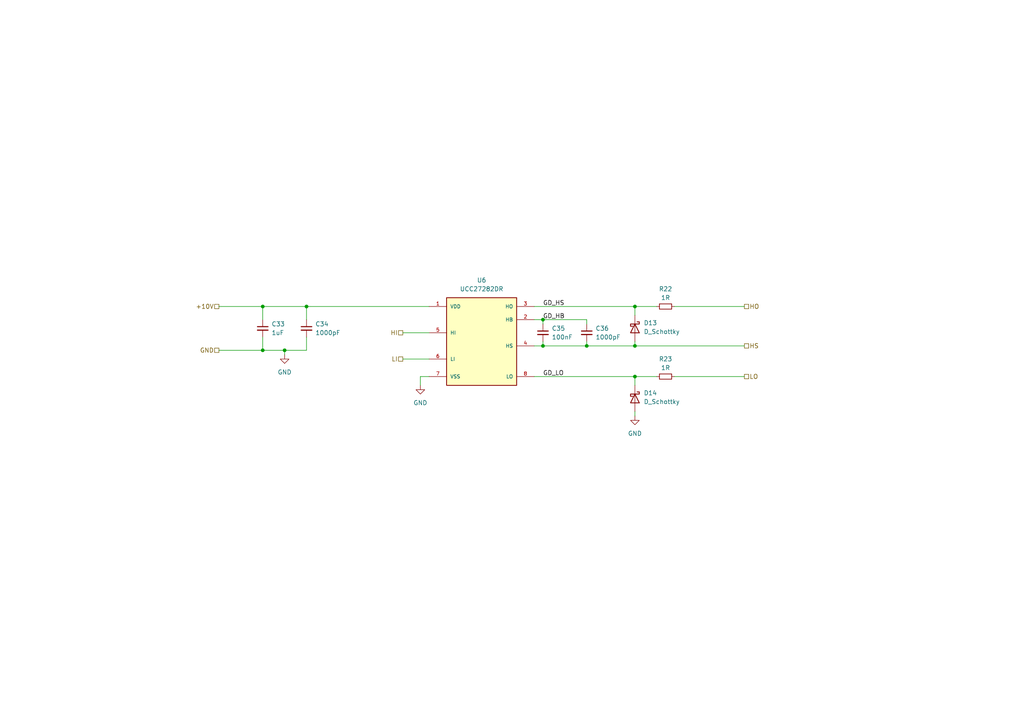
<source format=kicad_sch>
(kicad_sch (version 20211123) (generator eeschema)
  (paper "A4")
  (title_block (title "Gate driver phase U") (date "2022-07-24") (rev "1"))
  (lib_symbols
    (symbol "Device:C_Small" (pin_numbers hide) (pin_names (offset 0.254) hide)
      (property "Reference" "C" (at 0.254 1.778 0))
      (property "Value" "C_Small" (at 0.254 -2.032 0))
      (symbol "C_Small_0_1"
        (polyline (pts (xy -1.524 -0.508) (xy 1.524 -0.508)) (stroke (width 0.3302)))
        (polyline (pts (xy -1.524 0.508) (xy 1.524 0.508)) (stroke (width 0.3048)))
      )
      (symbol "C_Small_1_1"
        (pin passive line (at 0 2.54 270) (length 2.032) (name "~") (number "1"))
        (pin passive line (at 0 -2.54 90) (length 2.032) (name "~") (number "2"))
      )
    )
    (symbol "Device:D_Schottky" (pin_numbers hide) (pin_names (offset 1.016) hide)
      (property "Reference" "D" (at 0 2.54 0))
      (property "Value" "D_Schottky" (at 0 -2.54 0))
      (symbol "D_Schottky_0_1"
        (polyline (pts (xy 1.27 0) (xy -1.27 0)))
        (polyline (pts (xy 1.27 1.27) (xy 1.27 -1.27) (xy -1.27 0) (xy 1.27 1.27)) (stroke (width 0.254)))
        (polyline (pts (xy -1.905 0.635) (xy -1.905 1.27) (xy -1.27 1.27) (xy -1.27 -1.27) (xy -0.635 -1.27) (xy -0.635 -0.635)) (stroke (width 0.254)))
      )
      (symbol "D_Schottky_1_1"
        (pin passive line (at -3.81 0 0) (length 2.54) (name "K") (number "1"))
        (pin passive line (at 3.81 0 180) (length 2.54) (name "A") (number "2"))
      )
    )
    (symbol "Device:R_Small" (pin_numbers hide) (pin_names (offset 0.254) hide)
      (property "Reference" "R" (at 0.762 0.508 0))
      (property "Value" "R_Small" (at 0.762 -1.016 0))
      (symbol "R_Small_0_1"
        (rectangle (start -0.762 1.778) (end 0.762 -1.778) (stroke (width 0.2032)))
      )
      (symbol "R_Small_1_1"
        (pin passive line (at 0 2.54 270) (length 0.762) (name "~") (number "1"))
        (pin passive line (at 0 -2.54 90) (length 0.762) (name "~") (number "2"))
      )
    )
    (symbol "UCC27282DR:UCC27282DR" (pin_names (offset 1.016))
      (property "Reference" "U?" (at 0 17.78 0))
      (property "Value" "UCC27282DR" (at 0 15.24 0))
      (symbol "UCC27282DR_0_0"
        (rectangle (start -10.16 -12.7) (end 10.16 12.7) (stroke (width 0.254)) (fill (type background)))
        (pin power_in line (at -15.24 10.16 0) (length 5.08) (name "VDD") (number "1"))
        (pin passive line (at 15.24 6.35 180) (length 5.08) (name "HB") (number "2"))
        (pin output line (at 15.24 10.16 180) (length 5.08) (name "HO") (number "3"))
        (pin passive line (at 15.24 -1.27 180) (length 5.08) (name "HS") (number "4"))
        (pin input line (at -15.24 2.54 0) (length 5.08) (name "HI") (number "5"))
        (pin input line (at -15.24 -5.08 0) (length 5.08) (name "LI") (number "6"))
        (pin power_in line (at -15.24 -10.16 0) (length 5.08) (name "VSS") (number "7"))
        (pin output line (at 15.24 -10.16 180) (length 5.08) (name "LO") (number "8"))
      )
    )
    (symbol "power:GND" (power) (pin_names (offset 0))
      (property "Value" "GND" (at 0 -3.81 0))
      (symbol "GND_0_1"
        (polyline (pts (xy 0 0) (xy 0 -1.27) (xy 1.27 -1.27) (xy 0 -2.54) (xy -1.27 -1.27) (xy 0 -1.27)))
      )
      (symbol "GND_1_1"
        (pin power_in line (at 0 0 270) (length 0) hide (name "GND") (number "1"))
      )
    )
  )
  (junction (at 184.15 88.9))
  (junction (at 88.9 88.9))
  (junction (at 157.48 92.71))
  (junction (at 82.55 101.6))
  (junction (at 170.18 100.33))
  (junction (at 157.48 100.33))
  (junction (at 184.15 100.33))
  (junction (at 76.2 101.6))
  (junction (at 184.15 109.22))
  (junction (at 76.2 88.9))
  (wire (pts (xy 63.5 101.6) (xy 76.2 101.6)))
  (wire (pts (xy 184.15 109.22) (xy 184.15 111.76)))
  (wire (pts (xy 82.55 101.6) (xy 88.9 101.6)))
  (wire (pts (xy 121.92 109.22) (xy 121.92 111.76)))
  (wire (pts (xy 157.48 92.71) (xy 170.18 92.71)))
  (wire (pts (xy 76.2 101.6) (xy 82.55 101.6)))
  (wire (pts (xy 88.9 88.9) (xy 76.2 88.9)))
  (wire (pts (xy 184.15 88.9) (xy 184.15 91.44)))
  (wire (pts (xy 184.15 99.06) (xy 184.15 100.33)))
  (wire (pts (xy 157.48 92.71) (xy 157.48 93.98)))
  (wire (pts (xy 184.15 119.38) (xy 184.15 120.65)))
  (wire (pts (xy 76.2 97.79) (xy 76.2 101.6)))
  (wire (pts (xy 76.2 88.9) (xy 76.2 92.71)))
  (wire (pts (xy 170.18 100.33) (xy 184.15 100.33)))
  (wire (pts (xy 154.94 92.71) (xy 157.48 92.71)))
  (wire (pts (xy 170.18 100.33) (xy 170.18 99.06)))
  (wire (pts (xy 195.58 109.22) (xy 215.9 109.22)))
  (wire (pts (xy 124.46 96.52) (xy 116.84 96.52)))
  (wire (pts (xy 154.94 109.22) (xy 184.15 109.22)))
  (wire (pts (xy 184.15 100.33) (xy 215.9 100.33)))
  (wire (pts (xy 116.84 104.14) (xy 124.46 104.14)))
  (wire (pts (xy 157.48 99.06) (xy 157.48 100.33)))
  (wire (pts (xy 184.15 109.22) (xy 190.5 109.22)))
  (wire (pts (xy 154.94 88.9) (xy 184.15 88.9)))
  (wire (pts (xy 124.46 109.22) (xy 121.92 109.22)))
  (wire (pts (xy 157.48 100.33) (xy 154.94 100.33)))
  (wire (pts (xy 82.55 101.6) (xy 82.55 102.87)))
  (wire (pts (xy 63.5 88.9) (xy 76.2 88.9)))
  (wire (pts (xy 88.9 97.79) (xy 88.9 101.6)))
  (wire (pts (xy 88.9 88.9) (xy 88.9 92.71)))
  (wire (pts (xy 184.15 88.9) (xy 190.5 88.9)))
  (wire (pts (xy 195.58 88.9) (xy 215.9 88.9)))
  (wire (pts (xy 88.9 88.9) (xy 124.46 88.9)))
  (wire (pts (xy 157.48 100.33) (xy 170.18 100.33)))
  (wire (pts (xy 170.18 92.71) (xy 170.18 93.98)))
  (label "GD_HB" (at 157.48 92.71 0))
  (label "GD_HS" (at 157.48 88.9 0))
  (label "GD_LO" (at 157.48 109.22 0))
  (hierarchical_label "HI" (shape passive) (at 116.84 96.52 180))
  (hierarchical_label "HO" (shape passive) (at 215.9 88.9 0))
  (hierarchical_label "GND" (shape passive) (at 63.5 101.6 180))
  (hierarchical_label "LO" (shape passive) (at 215.9 109.22 0))
  (hierarchical_label "LI" (shape passive) (at 116.84 104.14 180))
  (hierarchical_label "+10V" (shape passive) (at 63.5 88.9 180))
  (hierarchical_label "HS" (shape passive) (at 215.9 100.33 0))
  (symbol (lib_id "Device:C_Small") (at 157.48 96.52 0) (unit 1)
    (property "Reference" "C35" (at 160.02 95.2562 0) (effects (justify left)))
    (property "Value" "100nF" (at 160.02 97.7962 0) (effects (justify left)))
    (property "Footprint" "Capacitor_SMD:C_0603_1608Metric" (effects hide))
  )
  (symbol (lib_id "power:GND") (at 184.15 120.65 0) (unit 1)
    (property "Reference" "#PWR080" (effects hide))
    (property "Value" "GND" (at 184.15 125.73 0))
  )
  (symbol (lib_id "Device:C_Small") (at 76.2 95.25 0) (unit 1)
    (property "Reference" "C33" (at 78.74 93.9862 0) (effects (justify left)))
    (property "Value" "1uF" (at 78.74 96.5262 0) (effects (justify left)))
    (property "Footprint" "Capacitor_SMD:C_0603_1608Metric" (effects hide))
  )
  (symbol (lib_id "power:GND") (at 82.55 102.87 0) (unit 1)
    (property "Reference" "#PWR078" (effects hide))
    (property "Value" "GND" (at 82.55 107.95 0))
  )
  (symbol (lib_id "Device:D_Schottky") (at 184.15 115.57 270) (unit 1)
    (property "Reference" "D14" (at 186.69 113.9824 90) (effects (justify left)))
    (property "Value" "D_Schottky" (at 186.69 116.5224 90) (effects (justify left)))
    (property "Footprint" "SS2P4-M3_84A:SS2P4M384A" (effects hide))
    (property "Datasheet" "https://www.vishay.com/docs/88910/ss2p2.pdf" (effects hide))
    (property "Part no" "SS2P4-M3/84A" (effects hide))
  )
  (symbol (lib_id "Device:R_Small") (at 193.04 88.9 90) (unit 1)
    (property "Reference" "R22" (at 193.04 83.82 90))
    (property "Value" "1R" (at 193.04 86.36 90))
    (property "Footprint" "Resistor_SMD:R_0603_1608Metric" (effects hide))
  )
  (symbol (lib_id "Device:C_Small") (at 170.18 96.52 0) (unit 1)
    (property "Reference" "C36" (at 172.72 95.2562 0) (effects (justify left)))
    (property "Value" "1000pF" (at 172.72 97.7962 0) (effects (justify left)))
    (property "Footprint" "Capacitor_SMD:C_0603_1608Metric" (effects hide))
  )
  (symbol (lib_id "UCC27282DR:UCC27282DR") (at 139.7 99.06 0) (unit 1)
    (property "Reference" "U6" (at 139.7 81.28 0))
    (property "Value" "UCC27282DR" (at 139.7 83.82 0))
    (property "Footprint" "UCC27282DR:SOIC127P599X175-8N" (effects hide))
    (property "Datasheet" "https://www.ti.com/lit/ds/symlink/ucc27282.pdf?ts=1658830366296" (effects hide))
    (property "STANDARD" "IPC 7351B" (effects hide))
    (property "PARTREV" "A" (effects hide))
    (property "MANUFACTURER" "Texas Instruments" (effects hide))
    (property "MAXIMUM_PACKAGE_HEIGHT" "1.75mm" (effects hide))
  )
  (symbol (lib_id "Device:C_Small") (at 88.9 95.25 0) (unit 1)
    (property "Reference" "C34" (at 91.44 93.9862 0) (effects (justify left)))
    (property "Value" "1000pF" (at 91.44 96.5262 0) (effects (justify left)))
    (property "Footprint" "Capacitor_SMD:C_0603_1608Metric" (effects hide))
  )
  (symbol (lib_id "Device:R_Small") (at 193.04 109.22 90) (unit 1)
    (property "Reference" "R23" (at 193.04 104.14 90))
    (property "Value" "1R" (at 193.04 106.68 90))
    (property "Footprint" "Resistor_SMD:R_0603_1608Metric" (effects hide))
  )
  (symbol (lib_id "Device:D_Schottky") (at 184.15 95.25 270) (unit 1)
    (property "Reference" "D13" (at 186.69 93.6624 90) (effects (justify left)))
    (property "Value" "D_Schottky" (at 186.69 96.2024 90) (effects (justify left)))
    (property "Footprint" "SS2P4-M3_84A:SS2P4M384A" (effects hide))
    (property "Datasheet" "https://www.vishay.com/docs/88910/ss2p2.pdf" (effects hide))
    (property "Part no" "SS2P4-M3/84A" (effects hide))
  )
  (symbol (lib_id "power:GND") (at 121.92 111.76 0) (unit 1)
    (property "Reference" "#PWR079" (effects hide))
    (property "Value" "GND" (at 121.92 116.84 0))
  )
)
</source>
